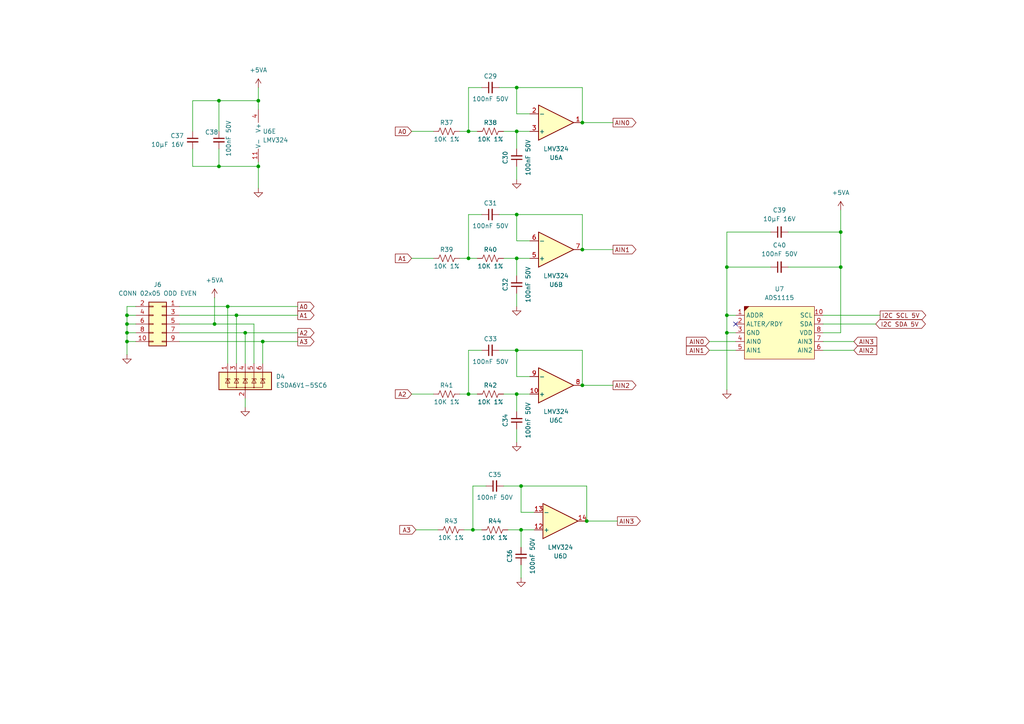
<source format=kicad_sch>
(kicad_sch (version 20231120) (generator "eeschema") (generator_version "8.0")
  (paper "A4")
  (lib_symbols
    (symbol "EMBARCADOS_-_CURSO_PCB[1]:+5V" (power) (pin_numbers hide) (pin_names (offset 0) hide)
      (property "Value" "+5V" (at 0 3.556 0))
      (symbol "+5V_0_1"
        (polyline (pts (xy -0.762 1.27) (xy 0 2.54)))
        (polyline (pts (xy 0 0) (xy 0 2.54)))
        (polyline (pts (xy 0 2.54) (xy 0.762 1.27)))
      )
      (symbol "+5V_1_1"
        (pin power_in line (at 0 0 90) (length 0) (name "~") (number "1"))
      )
    )
    (symbol "EMBARCADOS_-_CURSO_PCB[1]:CAP 0603 100nF 50V AVX KGM15BR71H104K " (pin_numbers hide) (pin_names (offset 0.254) hide)
      (property "Reference" "C" (at 0.254 1.778 0))
      (property "Value" "100nF 50V" (at 0.254 -2.032 0))
      (symbol "CAP 0603 100nF 50V AVX KGM15BR71H104K _0_1"
        (polyline (pts (xy -1.524 -0.508) (xy 1.524 -0.508)) (stroke (width 0.3302)))
        (polyline (pts (xy -1.524 0.508) (xy 1.524 0.508)) (stroke (width 0.3048)))
      )
      (symbol "CAP 0603 100nF 50V AVX KGM15BR71H104K _1_1"
        (pin passive line (at 0 2.54 270) (length 2.032) (name "~") (number "1"))
        (pin passive line (at 0 -2.54 90) (length 2.032) (name "~") (number "2"))
      )
    )
    (symbol "EMBARCADOS_-_CURSO_PCB[1]:CAP 0805 10uF 16V AVX KGM21AR71C106K" (pin_numbers hide) (pin_names (offset 0.254) hide)
      (property "Reference" "C" (at 0.254 1.778 0))
      (property "Value" "10µF 16V" (at 0.254 -2.032 0))
      (symbol "CAP 0805 10uF 16V AVX KGM21AR71C106K_0_1"
        (polyline (pts (xy -1.524 -0.508) (xy 1.524 -0.508)) (stroke (width 0.3302)))
        (polyline (pts (xy -1.524 0.508) (xy 1.524 0.508)) (stroke (width 0.3048)))
      )
      (symbol "CAP 0805 10uF 16V AVX KGM21AR71C106K_1_1"
        (pin passive line (at 0 2.54 270) (length 2.032) (name "~") (number "1"))
        (pin passive line (at 0 -2.54 90) (length 2.032) (name "~") (number "2"))
      )
    )
    (symbol "EMBARCADOS_-_CURSO_PCB[1]:CONN 2.54mm 02x05 180° WÜRTH ELEKTRONIK 613010243121" (pin_names (offset 1.016) hide)
      (property "Reference" "J" (at 0 7.62 0))
      (property "Value" "CONN 02x05 ODD EVEN" (at 0 -7.62 0))
      (symbol "CONN 2.54mm 02x05 180° WÜRTH ELEKTRONIK 613010243121_1_1"
        (rectangle (start -2.54 -4.953) (end -1.27 -5.207) (stroke (width 0.1524)))
        (rectangle (start -2.54 -2.413) (end -1.27 -2.667) (stroke (width 0.1524)))
        (rectangle (start -2.54 0.127) (end -1.27 -0.127) (stroke (width 0.1524)))
        (rectangle (start -2.54 2.667) (end -1.27 2.413) (stroke (width 0.1524)))
        (rectangle (start -2.54 5.207) (end -1.27 4.953) (stroke (width 0.1524)))
        (rectangle (start -2.54 6.35) (end 2.54 -6.35) (stroke (width 0.254)) (fill (type background)))
        (rectangle (start 2.54 -4.953) (end 1.27 -5.207) (stroke (width 0.1524)))
        (rectangle (start 2.54 -2.413) (end 1.27 -2.667) (stroke (width 0.1524)))
        (rectangle (start 2.54 0.127) (end 1.27 -0.127) (stroke (width 0.1524)))
        (rectangle (start 2.54 2.667) (end 1.27 2.413) (stroke (width 0.1524)))
        (rectangle (start 2.54 5.207) (end 1.27 4.953) (stroke (width 0.1524)))
        (pin passive line (at -6.35 5.08 0) (length 3.81) (name "Pin_1") (number "1"))
        (pin passive line (at 6.35 -5.08 180) (length 3.81) (name "Pin_10") (number "10"))
        (pin passive line (at 6.35 5.08 180) (length 3.81) (name "Pin_2") (number "2"))
        (pin passive line (at -6.35 2.54 0) (length 3.81) (name "Pin_3") (number "3"))
        (pin passive line (at 6.35 2.54 180) (length 3.81) (name "Pin_4") (number "4"))
        (pin passive line (at -6.35 0 0) (length 3.81) (name "Pin_5") (number "5"))
        (pin passive line (at 6.35 0 180) (length 3.81) (name "Pin_6") (number "6"))
        (pin passive line (at -6.35 -2.54 0) (length 3.81) (name "Pin_7") (number "7"))
        (pin passive line (at 6.35 -2.54 180) (length 3.81) (name "Pin_8") (number "8"))
        (pin passive line (at -6.35 -5.08 0) (length 3.81) (name "Pin_9") (number "9"))
      )
    )
    (symbol "EMBARCADOS_-_CURSO_PCB[1]:DIODE TVS ESDA6V1-5SC6 STMICROELECTRONICS " (pin_names hide)
      (property "Reference" "D" (at -5.08 -3.81 0))
      (property "Value" "ESDA6V1-5SC6" (at 2.54 -3.81 0))
      (symbol "DIODE TVS ESDA6V1-5SC6 STMICROELECTRONICS _0_0"
        (pin passive line (at 0 -5.08 90) (length 2.54) (name "GND") (number "2"))
      )
      (symbol "DIODE TVS ESDA6V1-5SC6 STMICROELECTRONICS _0_1"
        (rectangle (start -7.62 2.54) (end 7.62 -2.54) (stroke (width 0.254)) (fill (type background)))
        (circle (center -2.54 -1.905) (radius 0.127))
        (circle (center 0 -1.905) (radius 0.127))
        (polyline (pts (xy -2.54 2.54) (xy -2.54 -1.905)))
        (polyline (pts (xy 0 2.54) (xy 0 -2.54)))
        (polyline (pts (xy 2.54 2.54) (xy 2.54 -1.905)))
        (polyline (pts (xy -5.715 0.635) (xy -4.445 0.635) (xy -4.445 0.381)))
        (polyline (pts (xy -3.175 0.635) (xy -1.905 0.635) (xy -1.905 0.381)))
        (polyline (pts (xy -0.635 0.635) (xy 0.635 0.635) (xy 0.635 0.381)))
        (polyline (pts (xy 1.905 0.635) (xy 3.175 0.635) (xy 3.175 0.381)))
        (polyline (pts (xy 4.445 0.635) (xy 5.715 0.635) (xy 5.715 0.381)))
        (polyline (pts (xy -5.715 -0.635) (xy -4.445 -0.635) (xy -5.08 0.635) (xy -5.715 -0.635)))
        (polyline (pts (xy -5.08 2.54) (xy -5.08 -1.905) (xy 5.08 -1.905) (xy 5.08 2.54)))
        (polyline (pts (xy -3.175 -0.635) (xy -1.905 -0.635) (xy -2.54 0.635) (xy -3.175 -0.635)))
        (polyline (pts (xy -0.635 -0.635) (xy 0.635 -0.635) (xy 0 0.635) (xy -0.635 -0.635)))
        (polyline (pts (xy 1.905 -0.635) (xy 3.175 -0.635) (xy 2.54 0.635) (xy 1.905 -0.635)))
        (polyline (pts (xy 4.445 -0.635) (xy 5.715 -0.635) (xy 5.08 0.635) (xy 4.445 -0.635)))
        (circle (center 2.54 -1.905) (radius 0.127))
      )
      (symbol "DIODE TVS ESDA6V1-5SC6 STMICROELECTRONICS _1_1"
        (pin passive line (at -5.08 5.08 270) (length 2.54) (name "IO1") (number "1"))
        (pin passive line (at -2.54 5.08 270) (length 2.54) (name "IO2") (number "3"))
        (pin passive line (at 0 5.08 270) (length 2.54) (name "IO3") (number "4"))
        (pin passive line (at 2.54 5.08 270) (length 2.54) (name "IO4") (number "5"))
        (pin passive line (at 5.08 5.08 270) (length 2.54) (name "IO5") (number "6"))
      )
    )
    (symbol "EMBARCADOS_-_CURSO_PCB[1]:IC ADC ADS1115"
      (property "Reference" "U" (at 0 8.89 0))
      (property "Value" "ADS1115" (at 0 -8.89 0))
      (symbol "IC ADC ADS1115_1_1"
        (rectangle (start -10.16 7.62) (end 10.16 -7.62) (fill (type background)))
        (polyline (pts (xy -10.16 7.62) (xy -8.89 7.62) (xy -10.16 6.35) (xy -10.16 7.62)) (fill (type outline)))
        (pin input line (at -12.7 5.08 0) (length 2.54) (name "ADDR") (number "1"))
        (pin input line (at 12.7 5.08 180) (length 2.54) (name "SCL") (number "10"))
        (pin output line (at -12.7 2.54 0) (length 2.54) (name "ALTER/RDY") (number "2"))
        (pin power_in line (at -12.7 0 0) (length 2.54) (name "GND") (number "3"))
        (pin input line (at -12.7 -2.54 0) (length 2.54) (name "AIN0") (number "4"))
        (pin input line (at -12.7 -5.08 0) (length 2.54) (name "AIN1") (number "5"))
        (pin input line (at 12.7 -5.08 180) (length 2.54) (name "AIN2") (number "6"))
        (pin input line (at 12.7 -2.54 180) (length 2.54) (name "AIN3") (number "7"))
        (pin power_in line (at 12.7 0 180) (length 2.54) (name "VDD") (number "8"))
        (pin bidirectional line (at 12.7 2.54 180) (length 2.54) (name "SDA") (number "9"))
      )
    )
    (symbol "EMBARCADOS_-_CURSO_PCB[1]:IC OP AMP LMV324IPT" (pin_names (offset 0.127))
      (property "Reference" "U" (at 0 5.08 0))
      (property "Value" "LMV324" (at 0 -5.08 0))
      (symbol "IC OP AMP LMV324IPT_1_1"
        (polyline (pts (xy -5.08 5.08) (xy 5.08 0) (xy -5.08 -5.08) (xy -5.08 5.08)) (stroke (width 0.254)) (fill (type background)))
        (pin output line (at 7.62 0 180) (length 2.54) (name "~") (number "1"))
        (pin input line (at -7.62 -2.54 0) (length 2.54) (name "-") (number "2"))
        (pin input line (at -7.62 2.54 0) (length 2.54) (name "+") (number "3"))
      )
      (symbol "IC OP AMP LMV324IPT_2_1"
        (polyline (pts (xy -5.08 5.08) (xy 5.08 0) (xy -5.08 -5.08) (xy -5.08 5.08)) (stroke (width 0.254)) (fill (type background)))
        (pin input line (at -7.62 2.54 0) (length 2.54) (name "+") (number "5"))
        (pin input line (at -7.62 -2.54 0) (length 2.54) (name "-") (number "6"))
        (pin output line (at 7.62 0 180) (length 2.54) (name "~") (number "7"))
      )
      (symbol "IC OP AMP LMV324IPT_3_1"
        (polyline (pts (xy -5.08 5.08) (xy 5.08 0) (xy -5.08 -5.08) (xy -5.08 5.08)) (stroke (width 0.254)) (fill (type background)))
        (pin input line (at -7.62 2.54 0) (length 2.54) (name "+") (number "10"))
        (pin output line (at 7.62 0 180) (length 2.54) (name "~") (number "8"))
        (pin input line (at -7.62 -2.54 0) (length 2.54) (name "-") (number "9"))
      )
      (symbol "IC OP AMP LMV324IPT_4_1"
        (polyline (pts (xy -5.08 5.08) (xy 5.08 0) (xy -5.08 -5.08) (xy -5.08 5.08)) (stroke (width 0.254)) (fill (type background)))
        (pin input line (at -7.62 2.54 0) (length 2.54) (name "+") (number "12"))
        (pin input line (at -7.62 -2.54 0) (length 2.54) (name "-") (number "13"))
        (pin output line (at 7.62 0 180) (length 2.54) (name "~") (number "14"))
      )
      (symbol "IC OP AMP LMV324IPT_5_1"
        (pin power_in line (at -2.54 -7.62 90) (length 3.81) (name "V-") (number "11"))
        (pin power_in line (at -2.54 7.62 270) (length 3.81) (name "V+") (number "4"))
      )
    )
    (symbol "EMBARCADOS_-_CURSO_PCB[1]:POWER GND" (power) (pin_numbers hide) (pin_names (offset 0) hide)
      (property "Value" "POWER GND" (at 0 -3.81 0))
      (symbol "POWER GND_0_1"
        (polyline (pts (xy 0 0) (xy 0 -1.27) (xy 1.27 -1.27) (xy 0 -2.54) (xy -1.27 -1.27) (xy 0 -1.27)))
      )
      (symbol "POWER GND_1_1"
        (pin power_in line (at 0 0 270) (length 0) (name "~") (number "1"))
      )
    )
    (symbol "EMBARCADOS_-_CURSO_PCB[1]:RES 0603 10K 1% VISHAY CRCW060310K0FK " (pin_numbers hide) (pin_names (offset 0))
      (property "Reference" "R" (at 2.54 0 90))
      (property "Value" "10K 1%" (at -2.54 0 90))
      (symbol "RES 0603 10K 1% VISHAY CRCW060310K0FK _0_1"
        (polyline (pts (xy 0 -2.286) (xy 0 -2.54)))
        (polyline (pts (xy 0 2.286) (xy 0 2.54)))
        (polyline (pts (xy 0 -0.762) (xy 1.016 -1.143) (xy 0 -1.524) (xy -1.016 -1.905) (xy 0 -2.286)))
        (polyline (pts (xy 0 0.762) (xy 1.016 0.381) (xy 0 0) (xy -1.016 -0.381) (xy 0 -0.762)))
        (polyline (pts (xy 0 2.286) (xy 1.016 1.905) (xy 0 1.524) (xy -1.016 1.143) (xy 0 0.762)))
      )
      (symbol "RES 0603 10K 1% VISHAY CRCW060310K0FK _1_1"
        (pin passive line (at 0 3.81 270) (length 1.27) (name "~") (number "1"))
        (pin passive line (at 0 -3.81 90) (length 1.27) (name "~") (number "2"))
      )
    )
  )
  (junction (at 210.82 96.52))
  (junction (at 210.82 77.47))
  (junction (at 36.83 91.44))
  (junction (at 243.84 77.47))
  (junction (at 149.86 74.93))
  (junction (at 71.12 96.52))
  (junction (at 168.91 72.39))
  (junction (at 74.93 48.26))
  (junction (at 168.91 111.76))
  (junction (at 149.86 62.23))
  (junction (at 170.18 151.13))
  (junction (at 36.83 99.06))
  (junction (at 151.13 153.67))
  (junction (at 149.86 114.3))
  (junction (at 36.83 93.98))
  (junction (at 149.86 25.4))
  (junction (at 62.23 93.98))
  (junction (at 149.86 38.1))
  (junction (at 137.16 153.67))
  (junction (at 135.89 74.93))
  (junction (at 74.93 29.21))
  (junction (at 135.89 114.3))
  (junction (at 151.13 140.97))
  (junction (at 68.58 91.44))
  (junction (at 149.86 101.6))
  (junction (at 63.5 48.26))
  (junction (at 36.83 96.52))
  (junction (at 66.04 88.9))
  (junction (at 243.84 67.31))
  (junction (at 168.91 35.56))
  (junction (at 210.82 91.44))
  (junction (at 76.2 99.06))
  (junction (at 63.5 29.21))
  (junction (at 135.89 38.1))
  (no_connect (at 213.36 93.98))
  (wire (pts (xy 168.91 35.56) (xy 177.8 35.56)))
  (wire (pts (xy 55.88 43.18) (xy 55.88 48.26)))
  (wire (pts (xy 63.5 29.21) (xy 74.93 29.21)))
  (wire (pts (xy 151.13 153.67) (xy 151.13 158.75)))
  (wire (pts (xy 149.86 48.26) (xy 149.86 52.07)))
  (wire (pts (xy 36.83 91.44) (xy 39.37 91.44)))
  (wire (pts (xy 86.36 88.9) (xy 66.04 88.9)))
  (wire (pts (xy 133.35 114.3) (xy 135.89 114.3)))
  (wire (pts (xy 137.16 153.67) (xy 139.7 153.67)))
  (wire (pts (xy 140.97 140.97) (xy 137.16 140.97)))
  (wire (pts (xy 135.89 25.4) (xy 135.89 38.1)))
  (wire (pts (xy 168.91 72.39) (xy 168.91 62.23)))
  (wire (pts (xy 149.86 69.85) (xy 149.86 62.23)))
  (wire (pts (xy 149.86 25.4) (xy 144.78 25.4)))
  (wire (pts (xy 139.7 25.4) (xy 135.89 25.4)))
  (wire (pts (xy 86.36 99.06) (xy 76.2 99.06)))
  (wire (pts (xy 210.82 91.44) (xy 213.36 91.44)))
  (wire (pts (xy 73.66 93.98) (xy 62.23 93.98)))
  (wire (pts (xy 247.65 99.06) (xy 238.76 99.06)))
  (wire (pts (xy 36.83 93.98) (xy 36.83 96.52)))
  (wire (pts (xy 62.23 93.98) (xy 62.23 86.36)))
  (wire (pts (xy 149.86 124.46) (xy 149.86 128.27)))
  (wire (pts (xy 137.16 140.97) (xy 137.16 153.67)))
  (wire (pts (xy 133.35 38.1) (xy 135.89 38.1)))
  (wire (pts (xy 63.5 38.1) (xy 63.5 29.21)))
  (wire (pts (xy 74.93 29.21) (xy 74.93 31.75)))
  (wire (pts (xy 66.04 88.9) (xy 66.04 105.41)))
  (wire (pts (xy 146.05 74.93) (xy 149.86 74.93)))
  (wire (pts (xy 153.67 69.85) (xy 149.86 69.85)))
  (wire (pts (xy 247.65 101.6) (xy 238.76 101.6)))
  (wire (pts (xy 71.12 115.57) (xy 71.12 118.11)))
  (wire (pts (xy 139.7 101.6) (xy 135.89 101.6)))
  (wire (pts (xy 170.18 151.13) (xy 179.07 151.13)))
  (wire (pts (xy 36.83 96.52) (xy 39.37 96.52)))
  (wire (pts (xy 55.88 48.26) (xy 63.5 48.26)))
  (wire (pts (xy 168.91 111.76) (xy 177.8 111.76)))
  (wire (pts (xy 149.86 33.02) (xy 149.86 25.4)))
  (wire (pts (xy 135.89 62.23) (xy 135.89 74.93)))
  (wire (pts (xy 228.6 67.31) (xy 243.84 67.31)))
  (wire (pts (xy 119.38 38.1) (xy 125.73 38.1)))
  (wire (pts (xy 36.83 88.9) (xy 36.83 91.44)))
  (wire (pts (xy 170.18 151.13) (xy 170.18 140.97)))
  (wire (pts (xy 168.91 111.76) (xy 168.91 101.6)))
  (wire (pts (xy 74.93 46.99) (xy 74.93 48.26)))
  (wire (pts (xy 135.89 38.1) (xy 138.43 38.1)))
  (wire (pts (xy 210.82 77.47) (xy 223.52 77.47)))
  (wire (pts (xy 168.91 25.4) (xy 149.86 25.4)))
  (wire (pts (xy 68.58 91.44) (xy 52.07 91.44)))
  (wire (pts (xy 238.76 91.44) (xy 255.27 91.44)))
  (wire (pts (xy 168.91 35.56) (xy 168.91 25.4)))
  (wire (pts (xy 168.91 72.39) (xy 177.8 72.39)))
  (wire (pts (xy 238.76 93.98) (xy 254 93.98)))
  (wire (pts (xy 74.93 48.26) (xy 74.93 54.61)))
  (wire (pts (xy 210.82 91.44) (xy 210.82 96.52)))
  (wire (pts (xy 63.5 43.18) (xy 63.5 48.26)))
  (wire (pts (xy 210.82 67.31) (xy 210.82 77.47)))
  (wire (pts (xy 135.89 74.93) (xy 138.43 74.93)))
  (wire (pts (xy 135.89 101.6) (xy 135.89 114.3)))
  (wire (pts (xy 71.12 96.52) (xy 71.12 105.41)))
  (wire (pts (xy 86.36 91.44) (xy 68.58 91.44)))
  (wire (pts (xy 149.86 74.93) (xy 149.86 80.01)))
  (wire (pts (xy 52.07 93.98) (xy 62.23 93.98)))
  (wire (pts (xy 149.86 114.3) (xy 149.86 119.38)))
  (wire (pts (xy 151.13 163.83) (xy 151.13 167.64)))
  (wire (pts (xy 170.18 140.97) (xy 151.13 140.97)))
  (wire (pts (xy 36.83 99.06) (xy 39.37 99.06)))
  (wire (pts (xy 76.2 99.06) (xy 76.2 105.41)))
  (wire (pts (xy 76.2 99.06) (xy 52.07 99.06)))
  (wire (pts (xy 39.37 88.9) (xy 36.83 88.9)))
  (wire (pts (xy 154.94 148.59) (xy 151.13 148.59)))
  (wire (pts (xy 243.84 96.52) (xy 243.84 77.47)))
  (wire (pts (xy 73.66 105.41) (xy 73.66 93.98)))
  (wire (pts (xy 151.13 153.67) (xy 154.94 153.67)))
  (wire (pts (xy 151.13 140.97) (xy 146.05 140.97)))
  (wire (pts (xy 151.13 148.59) (xy 151.13 140.97)))
  (wire (pts (xy 66.04 88.9) (xy 52.07 88.9)))
  (wire (pts (xy 63.5 48.26) (xy 74.93 48.26)))
  (wire (pts (xy 210.82 96.52) (xy 210.82 113.03)))
  (wire (pts (xy 149.86 38.1) (xy 149.86 43.18)))
  (wire (pts (xy 223.52 67.31) (xy 210.82 67.31)))
  (wire (pts (xy 149.86 114.3) (xy 153.67 114.3)))
  (wire (pts (xy 36.83 99.06) (xy 36.83 102.87)))
  (wire (pts (xy 153.67 109.22) (xy 149.86 109.22)))
  (wire (pts (xy 238.76 96.52) (xy 243.84 96.52)))
  (wire (pts (xy 74.93 25.4) (xy 74.93 29.21)))
  (wire (pts (xy 168.91 62.23) (xy 149.86 62.23)))
  (wire (pts (xy 149.86 38.1) (xy 153.67 38.1)))
  (wire (pts (xy 205.74 101.6) (xy 213.36 101.6)))
  (wire (pts (xy 146.05 114.3) (xy 149.86 114.3)))
  (wire (pts (xy 147.32 153.67) (xy 151.13 153.67)))
  (wire (pts (xy 119.38 74.93) (xy 125.73 74.93)))
  (wire (pts (xy 71.12 96.52) (xy 52.07 96.52)))
  (wire (pts (xy 149.86 85.09) (xy 149.86 88.9)))
  (wire (pts (xy 134.62 153.67) (xy 137.16 153.67)))
  (wire (pts (xy 120.65 153.67) (xy 127 153.67)))
  (wire (pts (xy 86.36 96.52) (xy 71.12 96.52)))
  (wire (pts (xy 55.88 29.21) (xy 63.5 29.21)))
  (wire (pts (xy 210.82 77.47) (xy 210.82 91.44)))
  (wire (pts (xy 139.7 62.23) (xy 135.89 62.23)))
  (wire (pts (xy 133.35 74.93) (xy 135.89 74.93)))
  (wire (pts (xy 55.88 38.1) (xy 55.88 29.21)))
  (wire (pts (xy 119.38 114.3) (xy 125.73 114.3)))
  (wire (pts (xy 243.84 67.31) (xy 243.84 60.96)))
  (wire (pts (xy 36.83 91.44) (xy 36.83 93.98)))
  (wire (pts (xy 135.89 114.3) (xy 138.43 114.3)))
  (wire (pts (xy 149.86 62.23) (xy 144.78 62.23)))
  (wire (pts (xy 243.84 77.47) (xy 243.84 67.31)))
  (wire (pts (xy 68.58 91.44) (xy 68.58 105.41)))
  (wire (pts (xy 36.83 93.98) (xy 39.37 93.98)))
  (wire (pts (xy 205.74 99.06) (xy 213.36 99.06)))
  (wire (pts (xy 149.86 109.22) (xy 149.86 101.6)))
  (wire (pts (xy 149.86 101.6) (xy 144.78 101.6)))
  (wire (pts (xy 168.91 101.6) (xy 149.86 101.6)))
  (wire (pts (xy 228.6 77.47) (xy 243.84 77.47)))
  (wire (pts (xy 146.05 38.1) (xy 149.86 38.1)))
  (wire (pts (xy 213.36 96.52) (xy 210.82 96.52)))
  (wire (pts (xy 149.86 74.93) (xy 153.67 74.93)))
  (wire (pts (xy 153.67 33.02) (xy 149.86 33.02)))
  (wire (pts (xy 36.83 96.52) (xy 36.83 99.06)))
  (global_label "I2C SCL 5V" (shape output) (at 255.27 91.44 0) (property "Intersheetrefs" "${INTERSHEET_REFS}" (effects (hide yes))))
  (global_label "AIN0" (shape input) (at 205.74 99.06 180) (property "Intersheetrefs" "${INTERSHEET_REFS}" (effects (hide yes))))
  (global_label "A1" (shape input) (at 119.38 74.93 180) (property "Intersheetrefs" "${INTERSHEET_REFS}" (effects (hide yes))))
  (global_label "A2" (shape input) (at 119.38 114.3 180) (property "Intersheetrefs" "${INTERSHEET_REFS}" (effects (hide yes))))
  (global_label "AIN3" (shape output) (at 179.07 151.13 0) (property "Intersheetrefs" "${INTERSHEET_REFS}" (effects (hide yes))))
  (global_label "AIN3" (shape input) (at 247.65 99.06 0) (property "Intersheetrefs" "${INTERSHEET_REFS}" (effects (hide yes))))
  (global_label "AIN1" (shape input) (at 205.74 101.6 180) (property "Intersheetrefs" "${INTERSHEET_REFS}" (effects (hide yes))))
  (global_label "AIN0" (shape output) (at 177.8 35.56 0) (property "Intersheetrefs" "${INTERSHEET_REFS}" (effects (hide yes))))
  (global_label "A0" (shape input) (at 119.38 38.1 180) (property "Intersheetrefs" "${INTERSHEET_REFS}" (effects (hide yes))))
  (global_label "AIN2" (shape output) (at 177.8 111.76 0) (property "Intersheetrefs" "${INTERSHEET_REFS}" (effects (hide yes))))
  (global_label "I2C SDA 5V" (shape bidirectional) (at 254 93.98 0) (property "Intersheetrefs" "${INTERSHEET_REFS}" (effects (hide yes))))
  (global_label "A2" (shape output) (at 86.36 96.52 0) (property "Intersheetrefs" "${INTERSHEET_REFS}" (effects (hide yes))))
  (global_label "A1" (shape output) (at 86.36 91.44 0) (property "Intersheetrefs" "${INTERSHEET_REFS}" (effects (hide yes))))
  (global_label "AIN1" (shape output) (at 177.8 72.39 0) (property "Intersheetrefs" "${INTERSHEET_REFS}" (effects (hide yes))))
  (global_label "A3" (shape output) (at 86.36 99.06 0) (property "Intersheetrefs" "${INTERSHEET_REFS}" (effects (hide yes))))
  (global_label "A3" (shape input) (at 120.65 153.67 180) (property "Intersheetrefs" "${INTERSHEET_REFS}" (effects (hide yes))))
  (global_label "A0" (shape output) (at 86.36 88.9 0) (property "Intersheetrefs" "${INTERSHEET_REFS}" (effects (hide yes))))
  (global_label "AIN2" (shape input) (at 247.65 101.6 0) (property "Intersheetrefs" "${INTERSHEET_REFS}" (effects (hide yes))))
  (symbol (lib_id "EMBARCADOS_-_CURSO_PCB[1]:POWER GND") (at 151.13 167.64 0) (unit 1)
    (property "Reference" "#PWR072" (effects (hide yes)))
    (property "Value" "GND" (effects (hide yes)))
    (property "Description" "Power symbol creates a global label with name \"GND\" , ground" (effects (hide yes)))
  )
  (symbol (lib_id "EMBARCADOS_-_CURSO_PCB[1]:IC OP AMP LMV324IPT") (at 161.29 111.76 0) (mirror x) (unit 3)
    (property "Reference" "U6" (at 161.29 121.92 0))
    (property "Value" "LMV324" (at 161.29 119.38 0))
    (property "Footprint" "EMBARCADOS - CURSO PCB:TSSOP-14_4.4x5mm_P0.65mm" (effects (hide yes)))
    (property "Datasheet" "https://www.st.com/resource/en/datasheet/lmv324.pdf" (effects (hide yes)))
    (property "Description" "Low cost, low power, input/output rail-to-rail operational amplifiers TSSOP-14" (effects (hide yes)))
    (property "MPN" "LMV324IPT " (effects (hide yes)))
    (property "Manufacturer" "STMICROELECTRONICS " (effects (hide yes)))
    (property "3D Model" "KiCad" (effects (hide yes)))
    (property "Notes" "-" (effects (hide yes)))
    (property "LCSC Part # " "C398929 " (effects (hide yes)))
    (property "LCSC MPN " "LMV324IPWR " (effects (hide yes)))
    (property "LCSC MANUFACTURER " "TEXAS INSTRUMENTS " (effects (hide yes)))
  )
  (symbol (lib_id "EMBARCADOS_-_CURSO_PCB[1]:CAP 0603 100nF 50V AVX KGM15BR71H104K ") (at 226.06 77.47 90) (unit 1)
    (property "Reference" "C40" (at 226.0663 71.12 90))
    (property "Value" "100nF 50V" (at 226.0663 73.66 90))
    (property "Footprint" "EMBARCADOS - CURSO PCB:C_0603_1608Metric" (effects (hide yes)))
    (property "Datasheet" "https://datasheets.kyocera-avx.com/KGM_X7R.pdf" (effects (hide yes)))
    (property "Description" "CAP 0603 100nF 50V AVX" (effects (hide yes)))
    (property "MPN" "KGM15BR71H104K " (effects (hide yes)))
    (property "Manufacturer" "KYOCERA/AVX " (effects (hide yes)))
    (property "3D Model" "KiCad" (effects (hide yes)))
    (property "Notes" "-" (effects (hide yes)))
    (property "LCSC Part # " "C14663 " (effects (hide yes)))
    (property "LCSC MPN " "CC0603KRX7R9BB104 " (effects (hide yes)))
    (property "LCSC MANUFACTURER " "YAGEO " (effects (hide yes)))
  )
  (symbol (lib_id "EMBARCADOS_-_CURSO_PCB[1]:RES 0603 10K 1% VISHAY CRCW060310K0FK ") (at 129.54 38.1 90) (unit 1)
    (property "Reference" "R37" (at 129.54 35.56 90))
    (property "Value" "10K 1%" (at 129.54 40.386 90))
    (property "Footprint" "EMBARCADOS - CURSO PCB:R_0603_1608Metric" (effects (hide yes)))
    (property "Datasheet" "https://www.we-online.com/components/products/datasheet/61300411821.pdf" (effects (hide yes)))
    (property "Description" "RES 0603 10K 1% VISHAY" (effects (hide yes)))
    (property "MPN" "CRCW060310K0FK " (effects (hide yes)))
    (property "Manufacturer" "VISHAY " (effects (hide yes)))
    (property "3D Model" "KiCad" (effects (hide yes)))
    (property "Notes" "-" (effects (hide yes)))
    (property "LCSC Part # " "C25804 " (effects (hide yes)))
    (property "LCSC MPN " "0603WAF1002T5E " (effects (hide yes)))
    (property "LCSC MANUFACTURER " "UNI-ROYAL " (effects (hide yes)))
  )
  (symbol (lib_id "EMBARCADOS_-_CURSO_PCB[1]:CAP 0603 100nF 50V AVX KGM15BR71H104K ") (at 63.5 40.64 0) (unit 1)
    (property "Reference" "C38" (at 59.436 38.354 0) (effects (justify left)))
    (property "Value" "100nF 50V" (at 66.294 45.466 90) (effects (justify left)))
    (property "Footprint" "EMBARCADOS - CURSO PCB:C_0603_1608Metric" (effects (hide yes)))
    (property "Datasheet" "https://datasheets.kyocera-avx.com/KGM_X7R.pdf" (effects (hide yes)))
    (property "Description" "CAP 0603 100nF 50V AVX" (effects (hide yes)))
    (property "MPN" "KGM15BR71H104K " (effects (hide yes)))
    (property "Manufacturer" "KYOCERA/AVX " (effects (hide yes)))
    (property "3D Model" "KiCad" (effects (hide yes)))
    (property "Notes" "-" (effects (hide yes)))
    (property "LCSC Part # " "C14663 " (effects (hide yes)))
    (property "LCSC MPN " "CC0603KRX7R9BB104 " (effects (hide yes)))
    (property "LCSC MANUFACTURER " "YAGEO " (effects (hide yes)))
  )
  (symbol (lib_id "EMBARCADOS_-_CURSO_PCB[1]:CAP 0603 100nF 50V AVX KGM15BR71H104K ") (at 142.24 62.23 90) (unit 1)
    (property "Reference" "C31" (at 142.24 58.928 90))
    (property "Value" "100nF 50V" (at 142.24 65.532 90))
    (property "Footprint" "EMBARCADOS - CURSO PCB:C_0603_1608Metric" (effects (hide yes)))
    (property "Datasheet" "https://datasheets.kyocera-avx.com/KGM_X7R.pdf" (effects (hide yes)))
    (property "Description" "CAP 0603 100nF 50V AVX" (effects (hide yes)))
    (property "MPN" "KGM15BR71H104K " (effects (hide yes)))
    (property "Manufacturer" "KYOCERA/AVX " (effects (hide yes)))
    (property "3D Model" "KiCad" (effects (hide yes)))
    (property "Notes" "-" (effects (hide yes)))
    (property "LCSC Part # " "C14663 " (effects (hide yes)))
    (property "LCSC MPN " "CC0603KRX7R9BB104 " (effects (hide yes)))
    (property "LCSC MANUFACTURER " "YAGEO " (effects (hide yes)))
  )
  (symbol (lib_id "EMBARCADOS_-_CURSO_PCB[1]:POWER GND") (at 74.93 54.61 0) (unit 1)
    (property "Reference" "#PWR074" (effects (hide yes)))
    (property "Value" "GND" (effects (hide yes)))
    (property "Description" "Power symbol creates a global label with name \"GND\" , ground" (effects (hide yes)))
  )
  (symbol (lib_id "EMBARCADOS_-_CURSO_PCB[1]:CAP 0603 100nF 50V AVX KGM15BR71H104K ") (at 151.13 161.29 180) (unit 1)
    (property "Reference" "C36" (at 147.828 161.29 90))
    (property "Value" "100nF 50V" (at 154.432 161.29 90))
    (property "Footprint" "EMBARCADOS - CURSO PCB:C_0603_1608Metric" (effects (hide yes)))
    (property "Datasheet" "https://datasheets.kyocera-avx.com/KGM_X7R.pdf" (effects (hide yes)))
    (property "Description" "CAP 0603 100nF 50V AVX" (effects (hide yes)))
    (property "MPN" "KGM15BR71H104K " (effects (hide yes)))
    (property "Manufacturer" "KYOCERA/AVX " (effects (hide yes)))
    (property "3D Model" "KiCad" (effects (hide yes)))
    (property "Notes" "-" (effects (hide yes)))
    (property "LCSC Part # " "C14663 " (effects (hide yes)))
    (property "LCSC MPN " "CC0603KRX7R9BB104 " (effects (hide yes)))
    (property "LCSC MANUFACTURER " "YAGEO " (effects (hide yes)))
  )
  (symbol (lib_id "EMBARCADOS_-_CURSO_PCB[1]:RES 0603 10K 1% VISHAY CRCW060310K0FK ") (at 130.81 153.67 90) (unit 1)
    (property "Reference" "R43" (at 130.81 151.13 90))
    (property "Value" "10K 1%" (at 130.81 155.956 90))
    (property "Footprint" "EMBARCADOS - CURSO PCB:R_0603_1608Metric" (effects (hide yes)))
    (property "Datasheet" "https://www.we-online.com/components/products/datasheet/61300411821.pdf" (effects (hide yes)))
    (property "Description" "RES 0603 10K 1% VISHAY" (effects (hide yes)))
    (property "MPN" "CRCW060310K0FK " (effects (hide yes)))
    (property "Manufacturer" "VISHAY " (effects (hide yes)))
    (property "3D Model" "KiCad" (effects (hide yes)))
    (property "Notes" "-" (effects (hide yes)))
    (property "LCSC Part # " "C25804 " (effects (hide yes)))
    (property "LCSC MPN " "0603WAF1002T5E " (effects (hide yes)))
    (property "LCSC MANUFACTURER " "UNI-ROYAL " (effects (hide yes)))
  )
  (symbol (lib_id "EMBARCADOS_-_CURSO_PCB[1]:+5V") (at 74.93 25.4 0) (unit 1)
    (property "Reference" "#PWR073" (effects (hide yes)))
    (property "Value" "+5VA" (at 74.93 20.32 0))
    (property "Description" "Power symbol creates a global label with name \"+5V\"" (effects (hide yes)))
  )
  (symbol (lib_id "EMBARCADOS_-_CURSO_PCB[1]:POWER GND") (at 149.86 88.9 0) (unit 1)
    (property "Reference" "#PWR070" (effects (hide yes)))
    (property "Value" "GND" (effects (hide yes)))
    (property "Description" "Power symbol creates a global label with name \"GND\" , ground" (effects (hide yes)))
  )
  (symbol (lib_id "EMBARCADOS_-_CURSO_PCB[1]:CAP 0603 100nF 50V AVX KGM15BR71H104K ") (at 149.86 82.55 180) (unit 1)
    (property "Reference" "C32" (at 146.558 82.55 90))
    (property "Value" "100nF 50V" (at 153.162 82.55 90))
    (property "Footprint" "EMBARCADOS - CURSO PCB:C_0603_1608Metric" (effects (hide yes)))
    (property "Datasheet" "https://datasheets.kyocera-avx.com/KGM_X7R.pdf" (effects (hide yes)))
    (property "Description" "CAP 0603 100nF 50V AVX" (effects (hide yes)))
    (property "MPN" "KGM15BR71H104K " (effects (hide yes)))
    (property "Manufacturer" "KYOCERA/AVX " (effects (hide yes)))
    (property "3D Model" "KiCad" (effects (hide yes)))
    (property "Notes" "-" (effects (hide yes)))
    (property "LCSC Part # " "C14663 " (effects (hide yes)))
    (property "LCSC MPN " "CC0603KRX7R9BB104 " (effects (hide yes)))
    (property "LCSC MANUFACTURER " "YAGEO " (effects (hide yes)))
  )
  (symbol (lib_id "EMBARCADOS_-_CURSO_PCB[1]:RES 0603 10K 1% VISHAY CRCW060310K0FK ") (at 142.24 38.1 90) (unit 1)
    (property "Reference" "R38" (at 142.24 35.56 90))
    (property "Value" "10K 1%" (at 142.24 40.386 90))
    (property "Footprint" "EMBARCADOS - CURSO PCB:R_0603_1608Metric" (effects (hide yes)))
    (property "Datasheet" "https://www.we-online.com/components/products/datasheet/61300411821.pdf" (effects (hide yes)))
    (property "Description" "RES 0603 10K 1% VISHAY" (effects (hide yes)))
    (property "MPN" "CRCW060310K0FK " (effects (hide yes)))
    (property "Manufacturer" "VISHAY " (effects (hide yes)))
    (property "3D Model" "KiCad" (effects (hide yes)))
    (property "Notes" "-" (effects (hide yes)))
    (property "LCSC Part # " "C25804 " (effects (hide yes)))
    (property "LCSC MPN " "0603WAF1002T5E " (effects (hide yes)))
    (property "LCSC MANUFACTURER " "UNI-ROYAL " (effects (hide yes)))
  )
  (symbol (lib_id "EMBARCADOS_-_CURSO_PCB[1]:CAP 0805 10uF 16V AVX KGM21AR71C106K") (at 226.06 67.31 90) (unit 1)
    (property "Reference" "C39" (at 226.0663 60.96 90))
    (property "Value" "10µF 16V" (at 226.0663 63.5 90))
    (property "Footprint" "EMBARCADOS - CURSO PCB:C_0805_2012Metric" (effects (hide yes)))
    (property "Datasheet" "https://datasheets.kyocera-avx.com/KGM_X7R.pdf" (effects (hide yes)))
    (property "Description" "CAP 0805 10uF 16V AVX" (effects (hide yes)))
    (property "MPN" "KGM21AR71C106K " (effects (hide yes)))
    (property "Manufacturer" "KYOCERA/AVX " (effects (hide yes)))
    (property "3D Model" "KiCad" (effects (hide yes)))
    (property "Notes" "-" (effects (hide yes)))
    (property "LCSC Part # " "C15850 " (effects (hide yes)))
    (property "LCSC MPN " "CL21A106KAYNNNE " (effects (hide yes)))
    (property "LCSC MANUFACTURER " "SAMSUNG " (effects (hide yes)))
  )
  (symbol (lib_id "EMBARCADOS_-_CURSO_PCB[1]:+5V") (at 62.23 86.36 0) (unit 1)
    (property "Reference" "#PWR066" (effects (hide yes)))
    (property "Value" "+5VA" (at 62.23 81.28 0))
    (property "Description" "Power symbol creates a global label with name \"+5V\"" (effects (hide yes)))
  )
  (symbol (lib_id "EMBARCADOS_-_CURSO_PCB[1]:CAP 0603 100nF 50V AVX KGM15BR71H104K ") (at 149.86 121.92 180) (unit 1)
    (property "Reference" "C34" (at 146.558 121.92 90))
    (property "Value" "100nF 50V" (at 153.162 121.92 90))
    (property "Footprint" "EMBARCADOS - CURSO PCB:C_0603_1608Metric" (effects (hide yes)))
    (property "Datasheet" "https://datasheets.kyocera-avx.com/KGM_X7R.pdf" (effects (hide yes)))
    (property "Description" "CAP 0603 100nF 50V AVX" (effects (hide yes)))
    (property "MPN" "KGM15BR71H104K " (effects (hide yes)))
    (property "Manufacturer" "KYOCERA/AVX " (effects (hide yes)))
    (property "3D Model" "KiCad" (effects (hide yes)))
    (property "Notes" "-" (effects (hide yes)))
    (property "LCSC Part # " "C14663 " (effects (hide yes)))
    (property "LCSC MPN " "CC0603KRX7R9BB104 " (effects (hide yes)))
    (property "LCSC MANUFACTURER " "YAGEO " (effects (hide yes)))
  )
  (symbol (lib_id "EMBARCADOS_-_CURSO_PCB[1]:RES 0603 10K 1% VISHAY CRCW060310K0FK ") (at 129.54 114.3 90) (unit 1)
    (property "Reference" "R41" (at 129.54 111.76 90))
    (property "Value" "10K 1%" (at 129.54 116.586 90))
    (property "Footprint" "EMBARCADOS - CURSO PCB:R_0603_1608Metric" (effects (hide yes)))
    (property "Datasheet" "https://www.we-online.com/components/products/datasheet/61300411821.pdf" (effects (hide yes)))
    (property "Description" "RES 0603 10K 1% VISHAY" (effects (hide yes)))
    (property "MPN" "CRCW060310K0FK " (effects (hide yes)))
    (property "Manufacturer" "VISHAY " (effects (hide yes)))
    (property "3D Model" "KiCad" (effects (hide yes)))
    (property "Notes" "-" (effects (hide yes)))
    (property "LCSC Part # " "C25804 " (effects (hide yes)))
    (property "LCSC MPN " "0603WAF1002T5E " (effects (hide yes)))
    (property "LCSC MANUFACTURER " "UNI-ROYAL " (effects (hide yes)))
  )
  (symbol (lib_id "EMBARCADOS_-_CURSO_PCB[1]:IC ADC ADS1115") (at 226.06 96.52 0) (unit 1)
    (property "Reference" "U7" (at 226.06 83.82 0))
    (property "Value" "ADS1115" (at 226.06 86.36 0))
    (property "Footprint" "EMBARCADOS - CURSO PCB:TSSOP-10_3x3mm_P0.5mm" (effects (hide yes)))
    (property "Datasheet" "https://www.ti.com/lit/ds/symlink/ads1115.pdf" (effects (hide yes)))
    (property "Description" "ADC 16-bit 860 S/s VSSOP TEXAS INSTRUMENTS" (effects (hide yes)))
    (property "MPN" "ADS1115IDGSR " (effects (hide yes)))
    (property "Manufacturer" "TEXAS INSTRUMENTS " (effects (hide yes)))
    (property "3D Model" "KiCad" (effects (hide yes)))
    (property "Notes" "-" (effects (hide yes)))
    (property "LCSC Part # " "C37593 " (effects (hide yes)))
    (property "LCSC MPN " "ADS1115IDGSR " (effects (hide yes)))
    (property "LCSC MANUFACTURER " "TEXAS INSTRUMENTS " (effects (hide yes)))
  )
  (symbol (lib_id "EMBARCADOS_-_CURSO_PCB[1]:CAP 0603 100nF 50V AVX KGM15BR71H104K ") (at 143.51 140.97 90) (unit 1)
    (property "Reference" "C35" (at 143.51 137.668 90))
    (property "Value" "100nF 50V" (at 143.51 144.272 90))
    (property "Footprint" "EMBARCADOS - CURSO PCB:C_0603_1608Metric" (effects (hide yes)))
    (property "Datasheet" "https://datasheets.kyocera-avx.com/KGM_X7R.pdf" (effects (hide yes)))
    (property "Description" "CAP 0603 100nF 50V AVX" (effects (hide yes)))
    (property "MPN" "KGM15BR71H104K " (effects (hide yes)))
    (property "Manufacturer" "KYOCERA/AVX " (effects (hide yes)))
    (property "3D Model" "KiCad" (effects (hide yes)))
    (property "Notes" "-" (effects (hide yes)))
    (property "LCSC Part # " "C14663 " (effects (hide yes)))
    (property "LCSC MPN " "CC0603KRX7R9BB104 " (effects (hide yes)))
    (property "LCSC MANUFACTURER " "YAGEO " (effects (hide yes)))
  )
  (symbol (lib_id "EMBARCADOS_-_CURSO_PCB[1]:+5V") (at 243.84 60.96 0) (unit 1)
    (property "Reference" "#PWR076" (effects (hide yes)))
    (property "Value" "+5VA" (at 243.84 55.88 0))
    (property "Description" "Power symbol creates a global label with name \"+5V\"" (effects (hide yes)))
  )
  (symbol (lib_id "EMBARCADOS_-_CURSO_PCB[1]:POWER GND") (at 71.12 118.11 0) (unit 1)
    (property "Reference" "#PWR068" (effects (hide yes)))
    (property "Value" "GND" (effects (hide yes)))
    (property "Description" "Power symbol creates a global label with name \"GND\" , ground" (effects (hide yes)))
  )
  (symbol (lib_id "EMBARCADOS_-_CURSO_PCB[1]:POWER GND") (at 149.86 128.27 0) (unit 1)
    (property "Reference" "#PWR071" (effects (hide yes)))
    (property "Value" "GND" (effects (hide yes)))
    (property "Description" "Power symbol creates a global label with name \"GND\" , ground" (effects (hide yes)))
  )
  (symbol (lib_id "EMBARCADOS_-_CURSO_PCB[1]:CONN 2.54mm 02x05 180° WÜRTH ELEKTRONIK 613010243121") (at 45.72 93.98 0) (mirror y) (unit 1)
    (property "Reference" "J6" (at 45.72 82.55 0))
    (property "Value" "CONN 02x05 ODD EVEN" (at 45.72 85.09 0))
    (property "Footprint" "EMBARCADOS - CURSO PCB:PinSocket_2x05_P2.54mm_Horizontal" (effects (hide yes)))
    (property "Datasheet" "https://www.we-online.com/components/products/datasheet/613010243121.pdf" (effects (hide yes)))
    (property "Description" "Generic connector, double row, 02x05, odd/even pin numbering scheme (row 1 odd numbers, row 2 even numbers), script generated (kicad-library-utils/schlib/autogen/connector/)" (effects (hide yes)))
    (property "MPN" "613010243121 " (effects (hide yes)))
    (property "Manufacturer" "WÜRTH ELEKTRONIK " (effects (hide yes)))
    (property "3D Model" "https://www.we-online.com/components/products/download/Downloads_613010243121%20%28rev1%29.iges" (effects (hide yes)))
    (property "Notes" "THRU HOLE" (effects (hide yes)))
    (property "LCSC Part # " "-" (effects (hide yes)))
    (property "LCSC MPN " "-" (effects (hide yes)))
    (property "LCSC MANUFACTURER " "-" (effects (hide yes)))
  )
  (symbol (lib_id "EMBARCADOS_-_CURSO_PCB[1]:RES 0603 10K 1% VISHAY CRCW060310K0FK ") (at 129.54 74.93 90) (unit 1)
    (property "Reference" "R39" (at 129.54 72.39 90))
    (property "Value" "10K 1%" (at 129.54 77.216 90))
    (property "Footprint" "EMBARCADOS - CURSO PCB:R_0603_1608Metric" (effects (hide yes)))
    (property "Datasheet" "https://www.we-online.com/components/products/datasheet/61300411821.pdf" (effects (hide yes)))
    (property "Description" "RES 0603 10K 1% VISHAY" (effects (hide yes)))
    (property "MPN" "CRCW060310K0FK " (effects (hide yes)))
    (property "Manufacturer" "VISHAY " (effects (hide yes)))
    (property "3D Model" "KiCad" (effects (hide yes)))
    (property "Notes" "-" (effects (hide yes)))
    (property "LCSC Part # " "C25804 " (effects (hide yes)))
    (property "LCSC MPN " "0603WAF1002T5E " (effects (hide yes)))
    (property "LCSC MANUFACTURER " "UNI-ROYAL " (effects (hide yes)))
  )
  (symbol (lib_id "EMBARCADOS_-_CURSO_PCB[1]:CAP 0805 10uF 16V AVX KGM21AR71C106K") (at 55.88 40.64 0) (mirror y) (unit 1)
    (property "Reference" "C37" (at 53.34 39.3762 0) (effects (justify left)))
    (property "Value" "10µF 16V" (at 53.34 41.9162 0) (effects (justify left)))
    (property "Footprint" "EMBARCADOS - CURSO PCB:C_0805_2012Metric" (effects (hide yes)))
    (property "Datasheet" "https://datasheets.kyocera-avx.com/KGM_X7R.pdf" (effects (hide yes)))
    (property "Description" "CAP 0805 10uF 16V AVX" (effects (hide yes)))
    (property "MPN" "KGM21AR71C106K " (effects (hide yes)))
    (property "Manufacturer" "KYOCERA/AVX " (effects (hide yes)))
    (property "3D Model" "KiCad" (effects (hide yes)))
    (property "Notes" "-" (effects (hide yes)))
    (property "LCSC Part # " "C15850 " (effects (hide yes)))
    (property "LCSC MPN " "CL21A106KAYNNNE " (effects (hide yes)))
    (property "LCSC MANUFACTURER " "SAMSUNG " (effects (hide yes)))
  )
  (symbol (lib_id "EMBARCADOS_-_CURSO_PCB[1]:IC OP AMP LMV324IPT") (at 77.47 39.37 0) (unit 5)
    (property "Reference" "U6" (at 76.2 38.0999 0) (effects (justify left)))
    (property "Value" "LMV324" (at 76.2 40.6399 0) (effects (justify left)))
    (property "Footprint" "EMBARCADOS - CURSO PCB:TSSOP-14_4.4x5mm_P0.65mm" (effects (hide yes)))
    (property "Datasheet" "https://www.st.com/resource/en/datasheet/lmv324.pdf" (effects (hide yes)))
    (property "Description" "Low cost, low power, input/output rail-to-rail operational amplifiers TSSOP-14" (effects (hide yes)))
    (property "MPN" "LMV324IPT " (effects (hide yes)))
    (property "Manufacturer" "STMICROELECTRONICS " (effects (hide yes)))
    (property "3D Model" "KiCad" (effects (hide yes)))
    (property "Notes" "-" (effects (hide yes)))
    (property "LCSC Part # " "C398929 " (effects (hide yes)))
    (property "LCSC MPN " "LMV324IPWR " (effects (hide yes)))
    (property "LCSC MANUFACTURER " "TEXAS INSTRUMENTS " (effects (hide yes)))
  )
  (symbol (lib_id "EMBARCADOS_-_CURSO_PCB[1]:POWER GND") (at 36.83 102.87 0) (unit 1)
    (property "Reference" "#PWR067" (effects (hide yes)))
    (property "Value" "GND" (effects (hide yes)))
    (property "Description" "Power symbol creates a global label with name \"GND\" , ground" (effects (hide yes)))
  )
  (symbol (lib_id "EMBARCADOS_-_CURSO_PCB[1]:CAP 0603 100nF 50V AVX KGM15BR71H104K ") (at 142.24 101.6 90) (unit 1)
    (property "Reference" "C33" (at 142.24 98.298 90))
    (property "Value" "100nF 50V" (at 142.24 104.902 90))
    (property "Footprint" "EMBARCADOS - CURSO PCB:C_0603_1608Metric" (effects (hide yes)))
    (property "Datasheet" "https://datasheets.kyocera-avx.com/KGM_X7R.pdf" (effects (hide yes)))
    (property "Description" "CAP 0603 100nF 50V AVX" (effects (hide yes)))
    (property "MPN" "KGM15BR71H104K " (effects (hide yes)))
    (property "Manufacturer" "KYOCERA/AVX " (effects (hide yes)))
    (property "3D Model" "KiCad" (effects (hide yes)))
    (property "Notes" "-" (effects (hide yes)))
    (property "LCSC Part # " "C14663 " (effects (hide yes)))
    (property "LCSC MPN " "CC0603KRX7R9BB104 " (effects (hide yes)))
    (property "LCSC MANUFACTURER " "YAGEO " (effects (hide yes)))
  )
  (symbol (lib_id "EMBARCADOS_-_CURSO_PCB[1]:DIODE TVS ESDA6V1-5SC6 STMICROELECTRONICS ") (at 71.12 110.49 0) (unit 1)
    (property "Reference" "D4" (at 80.01 109.2199 0) (effects (justify left)))
    (property "Value" "ESDA6V1-5SC6" (at 80.01 111.7599 0) (effects (justify left)))
    (property "Footprint" "EMBARCADOS - CURSO PCB:SOT-23-6" (effects (hide yes)))
    (property "Datasheet" "https://www.st.com/resource/en/datasheet/esda6v1-5sc6.pdf" (effects (hide yes)))
    (property "Description" "Quintuple bidirectional transil, Suppressor for ESD protection, 6V1 Breakdown, SOT-23-6" (effects (hide yes)))
    (property "MPN" "ESDA6V1-5SC6 " (effects (hide yes)))
    (property "Manufacturer" "STMICROELECTRONICS " (effects (hide yes)))
    (property "3D Model" "KiCad" (effects (hide yes)))
    (property "Notes" "-" (effects (hide yes)))
    (property "LCSC Part # " "C2827672 " (effects (hide yes)))
    (property "LCSC MPN " "ESDA6V1-5SC6 " (effects (hide yes)))
    (property "LCSC MANUFACTURER " "TECH PUBLIC " (effects (hide yes)))
  )
  (symbol (lib_id "EMBARCADOS_-_CURSO_PCB[1]:RES 0603 10K 1% VISHAY CRCW060310K0FK ") (at 142.24 114.3 90) (unit 1)
    (property "Reference" "R42" (at 142.24 111.76 90))
    (property "Value" "10K 1%" (at 142.24 116.586 90))
    (property "Footprint" "EMBARCADOS - CURSO PCB:R_0603_1608Metric" (effects (hide yes)))
    (property "Datasheet" "https://www.we-online.com/components/products/datasheet/61300411821.pdf" (effects (hide yes)))
    (property "Description" "RES 0603 10K 1% VISHAY" (effects (hide yes)))
    (property "MPN" "CRCW060310K0FK " (effects (hide yes)))
    (property "Manufacturer" "VISHAY " (effects (hide yes)))
    (property "3D Model" "KiCad" (effects (hide yes)))
    (property "Notes" "-" (effects (hide yes)))
    (property "LCSC Part # " "C25804 " (effects (hide yes)))
    (property "LCSC MPN " "0603WAF1002T5E " (effects (hide yes)))
    (property "LCSC MANUFACTURER " "UNI-ROYAL " (effects (hide yes)))
  )
  (symbol (lib_id "EMBARCADOS_-_CURSO_PCB[1]:CAP 0603 100nF 50V AVX KGM15BR71H104K ") (at 149.86 45.72 180) (unit 1)
    (property "Reference" "C30" (at 146.558 45.72 90))
    (property "Value" "100nF 50V" (at 153.162 45.72 90))
    (property "Footprint" "EMBARCADOS - CURSO PCB:C_0603_1608Metric" (effects (hide yes)))
    (property "Datasheet" "https://datasheets.kyocera-avx.com/KGM_X7R.pdf" (effects (hide yes)))
    (property "Description" "CAP 0603 100nF 50V AVX" (effects (hide yes)))
    (property "MPN" "KGM15BR71H104K " (effects (hide yes)))
    (property "Manufacturer" "KYOCERA/AVX " (effects (hide yes)))
    (property "3D Model" "KiCad" (effects (hide yes)))
    (property "Notes" "-" (effects (hide yes)))
    (property "LCSC Part # " "C14663 " (effects (hide yes)))
    (property "LCSC MPN " "CC0603KRX7R9BB104 " (effects (hide yes)))
    (property "LCSC MANUFACTURER " "YAGEO " (effects (hide yes)))
  )
  (symbol (lib_id "EMBARCADOS_-_CURSO_PCB[1]:CAP 0603 100nF 50V AVX KGM15BR71H104K ") (at 142.24 25.4 90) (unit 1)
    (property "Reference" "C29" (at 142.24 22.098 90))
    (property "Value" "100nF 50V" (at 142.24 28.702 90))
    (property "Footprint" "EMBARCADOS - CURSO PCB:C_0603_1608Metric" (effects (hide yes)))
    (property "Datasheet" "https://datasheets.kyocera-avx.com/KGM_X7R.pdf" (effects (hide yes)))
    (property "Description" "CAP 0603 100nF 50V AVX" (effects (hide yes)))
    (property "MPN" "KGM15BR71H104K " (effects (hide yes)))
    (property "Manufacturer" "KYOCERA/AVX " (effects (hide yes)))
    (property "3D Model" "KiCad" (effects (hide yes)))
    (property "Notes" "-" (effects (hide yes)))
    (property "LCSC Part # " "C14663 " (effects (hide yes)))
    (property "LCSC MPN " "CC0603KRX7R9BB104 " (effects (hide yes)))
    (property "LCSC MANUFACTURER " "YAGEO " (effects (hide yes)))
  )
  (symbol (lib_id "EMBARCADOS_-_CURSO_PCB[1]:IC OP AMP LMV324IPT") (at 161.29 72.39 0) (mirror x) (unit 2)
    (property "Reference" "U6" (at 161.29 82.55 0))
    (property "Value" "LMV324" (at 161.29 80.01 0))
    (property "Footprint" "EMBARCADOS - CURSO PCB:TSSOP-14_4.4x5mm_P0.65mm" (effects (hide yes)))
    (property "Datasheet" "https://www.st.com/resource/en/datasheet/lmv324.pdf" (effects (hide yes)))
    (property "Description" "Low cost, low power, input/output rail-to-rail operational amplifiers TSSOP-14" (effects (hide yes)))
    (property "MPN" "LMV324IPT " (effects (hide yes)))
    (property "Manufacturer" "STMICROELECTRONICS " (effects (hide yes)))
    (property "3D Model" "KiCad" (effects (hide yes)))
    (property "Notes" "-" (effects (hide yes)))
    (property "LCSC Part # " "C398929 " (effects (hide yes)))
    (property "LCSC MPN " "LMV324IPWR " (effects (hide yes)))
    (property "LCSC MANUFACTURER " "TEXAS INSTRUMENTS " (effects (hide yes)))
  )
  (symbol (lib_id "EMBARCADOS_-_CURSO_PCB[1]:RES 0603 10K 1% VISHAY CRCW060310K0FK ") (at 143.51 153.67 90) (unit 1)
    (property "Reference" "R44" (at 143.51 151.13 90))
    (property "Value" "10K 1%" (at 143.51 155.956 90))
    (property "Footprint" "EMBARCADOS - CURSO PCB:R_0603_1608Metric" (effects (hide yes)))
    (property "Datasheet" "https://www.we-online.com/components/products/datasheet/61300411821.pdf" (effects (hide yes)))
    (property "Description" "RES 0603 10K 1% VISHAY" (effects (hide yes)))
    (property "MPN" "CRCW060310K0FK " (effects (hide yes)))
    (property "Manufacturer" "VISHAY " (effects (hide yes)))
    (property "3D Model" "KiCad" (effects (hide yes)))
    (property "Notes" "-" (effects (hide yes)))
    (property "LCSC Part # " "C25804 " (effects (hide yes)))
    (property "LCSC MPN " "0603WAF1002T5E " (effects (hide yes)))
    (property "LCSC MANUFACTURER " "UNI-ROYAL " (effects (hide yes)))
  )
  (symbol (lib_id "EMBARCADOS_-_CURSO_PCB[1]:RES 0603 10K 1% VISHAY CRCW060310K0FK ") (at 142.24 74.93 90) (unit 1)
    (property "Reference" "R40" (at 142.24 72.39 90))
    (property "Value" "10K 1%" (at 142.24 77.216 90))
    (property "Footprint" "EMBARCADOS - CURSO PCB:R_0603_1608Metric" (effects (hide yes)))
    (property "Datasheet" "https://www.we-online.com/components/products/datasheet/61300411821.pdf" (effects (hide yes)))
    (property "Description" "RES 0603 10K 1% VISHAY" (effects (hide yes)))
    (property "MPN" "CRCW060310K0FK " (effects (hide yes)))
    (property "Manufacturer" "VISHAY " (effects (hide yes)))
    (property "3D Model" "KiCad" (effects (hide yes)))
    (property "Notes" "-" (effects (hide yes)))
    (property "LCSC Part # " "C25804 " (effects (hide yes)))
    (property "LCSC MPN " "0603WAF1002T5E " (effects (hide yes)))
    (property "LCSC MANUFACTURER " "UNI-ROYAL " (effects (hide yes)))
  )
  (symbol (lib_id "EMBARCADOS_-_CURSO_PCB[1]:POWER GND") (at 149.86 52.07 0) (unit 1)
    (property "Reference" "#PWR069" (effects (hide yes)))
    (property "Value" "GND" (effects (hide yes)))
    (property "Description" "Power symbol creates a global label with name \"GND\" , ground" (effects (hide yes)))
  )
  (symbol (lib_id "EMBARCADOS_-_CURSO_PCB[1]:IC OP AMP LMV324IPT") (at 162.56 151.13 0) (mirror x) (unit 4)
    (property "Reference" "U6" (at 162.56 161.29 0))
    (property "Value" "LMV324" (at 162.56 158.75 0))
    (property "Footprint" "EMBARCADOS - CURSO PCB:TSSOP-14_4.4x5mm_P0.65mm" (effects (hide yes)))
    (property "Datasheet" "https://www.st.com/resource/en/datasheet/lmv324.pdf" (effects (hide yes)))
    (property "Description" "Low cost, low power, input/output rail-to-rail operational amplifiers TSSOP-14" (effects (hide yes)))
    (property "MPN" "LMV324IPT " (effects (hide yes)))
    (property "Manufacturer" "STMICROELECTRONICS " (effects (hide yes)))
    (property "3D Model" "KiCad" (effects (hide yes)))
    (property "Notes" "-" (effects (hide yes)))
    (property "LCSC Part # " "C398929 " (effects (hide yes)))
    (property "LCSC MPN " "LMV324IPWR " (effects (hide yes)))
    (property "LCSC MANUFACTURER " "TEXAS INSTRUMENTS " (effects (hide yes)))
  )
  (symbol (lib_id "EMBARCADOS_-_CURSO_PCB[1]:POWER GND") (at 210.82 113.03 0) (unit 1)
    (property "Reference" "#PWR075" (effects (hide yes)))
    (property "Value" "GND" (effects (hide yes)))
    (property "Description" "Power symbol creates a global label with name \"GND\" , ground" (effects (hide yes)))
  )
  (symbol (lib_id "EMBARCADOS_-_CURSO_PCB[1]:IC OP AMP LMV324IPT") (at 161.29 35.56 0) (mirror x) (unit 1)
    (property "Reference" "U6" (at 161.29 45.72 0))
    (property "Value" "LMV324" (at 161.29 43.18 0))
    (property "Footprint" "EMBARCADOS - CURSO PCB:TSSOP-14_4.4x5mm_P0.65mm" (effects (hide yes)))
    (property "Datasheet" "https://www.st.com/resource/en/datasheet/lmv324.pdf" (effects (hide yes)))
    (property "Description" "Low cost, low power, input/output rail-to-rail operational amplifiers TSSOP-14" (effects (hide yes)))
    (property "MPN" "LMV324IPT " (effects (hide yes)))
    (property "Manufacturer" "STMICROELECTRONICS " (effects (hide yes)))
    (property "3D Model" "KiCad" (effects (hide yes)))
    (property "Notes" "-" (effects (hide yes)))
    (property "LCSC Part # " "C398929 " (effects (hide yes)))
    (property "LCSC MPN " "LMV324IPWR " (effects (hide yes)))
    (property "LCSC MANUFACTURER " "TEXAS INSTRUMENTS " (effects (hide yes)))
  )
)
</source>
